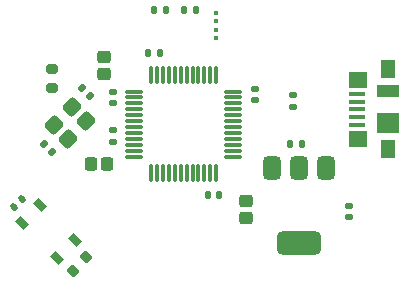
<source format=gbr>
%TF.GenerationSoftware,KiCad,Pcbnew,9.0.7-9.0.7~ubuntu24.04.1*%
%TF.CreationDate,2026-02-28T14:15:44+03:00*%
%TF.ProjectId,Kiicad_project,4b696963-6164-45f7-9072-6f6a6563742e,rev?*%
%TF.SameCoordinates,Original*%
%TF.FileFunction,Paste,Top*%
%TF.FilePolarity,Positive*%
%FSLAX46Y46*%
G04 Gerber Fmt 4.6, Leading zero omitted, Abs format (unit mm)*
G04 Created by KiCad (PCBNEW 9.0.7-9.0.7~ubuntu24.04.1) date 2026-02-28 14:15:44*
%MOMM*%
%LPD*%
G01*
G04 APERTURE LIST*
G04 Aperture macros list*
%AMRoundRect*
0 Rectangle with rounded corners*
0 $1 Rounding radius*
0 $2 $3 $4 $5 $6 $7 $8 $9 X,Y pos of 4 corners*
0 Add a 4 corners polygon primitive as box body*
4,1,4,$2,$3,$4,$5,$6,$7,$8,$9,$2,$3,0*
0 Add four circle primitives for the rounded corners*
1,1,$1+$1,$2,$3*
1,1,$1+$1,$4,$5*
1,1,$1+$1,$6,$7*
1,1,$1+$1,$8,$9*
0 Add four rect primitives between the rounded corners*
20,1,$1+$1,$2,$3,$4,$5,0*
20,1,$1+$1,$4,$5,$6,$7,0*
20,1,$1+$1,$6,$7,$8,$9,0*
20,1,$1+$1,$8,$9,$2,$3,0*%
%AMRotRect*
0 Rectangle, with rotation*
0 The origin of the aperture is its center*
0 $1 length*
0 $2 width*
0 $3 Rotation angle, in degrees counterclockwise*
0 Add horizontal line*
21,1,$1,$2,0,0,$3*%
G04 Aperture macros list end*
%ADD10RoundRect,0.079500X-0.100500X0.079500X-0.100500X-0.079500X0.100500X-0.079500X0.100500X0.079500X0*%
%ADD11RoundRect,0.140000X-0.021213X0.219203X-0.219203X0.021213X0.021213X-0.219203X0.219203X-0.021213X0*%
%ADD12RoundRect,0.147500X0.226274X0.017678X0.017678X0.226274X-0.226274X-0.017678X-0.017678X-0.226274X0*%
%ADD13RotRect,1.050000X0.650000X135.000000*%
%ADD14RoundRect,0.140000X-0.170000X0.140000X-0.170000X-0.140000X0.170000X-0.140000X0.170000X0.140000X0*%
%ADD15RoundRect,0.250000X0.315000X-0.295000X0.315000X0.295000X-0.315000X0.295000X-0.315000X-0.295000X0*%
%ADD16RoundRect,0.140000X0.140000X0.170000X-0.140000X0.170000X-0.140000X-0.170000X0.140000X-0.170000X0*%
%ADD17RoundRect,0.135000X0.135000X0.185000X-0.135000X0.185000X-0.135000X-0.185000X0.135000X-0.185000X0*%
%ADD18RoundRect,0.200000X0.053033X-0.335876X0.335876X-0.053033X-0.053033X0.335876X-0.335876X0.053033X0*%
%ADD19RoundRect,0.200000X-0.275000X0.200000X-0.275000X-0.200000X0.275000X-0.200000X0.275000X0.200000X0*%
%ADD20RoundRect,0.250000X0.295000X0.315000X-0.295000X0.315000X-0.295000X-0.315000X0.295000X-0.315000X0*%
%ADD21RoundRect,0.140000X0.170000X-0.140000X0.170000X0.140000X-0.170000X0.140000X-0.170000X-0.140000X0*%
%ADD22RoundRect,0.075000X-0.662500X-0.075000X0.662500X-0.075000X0.662500X0.075000X-0.662500X0.075000X0*%
%ADD23RoundRect,0.075000X-0.075000X-0.662500X0.075000X-0.662500X0.075000X0.662500X-0.075000X0.662500X0*%
%ADD24RoundRect,0.250000X-0.070711X-0.565685X0.565685X0.070711X0.070711X0.565685X-0.565685X-0.070711X0*%
%ADD25RoundRect,0.375000X-0.375000X0.625000X-0.375000X-0.625000X0.375000X-0.625000X0.375000X0.625000X0*%
%ADD26RoundRect,0.500000X-1.400000X0.500000X-1.400000X-0.500000X1.400000X-0.500000X1.400000X0.500000X0*%
%ADD27RoundRect,0.135000X-0.135000X-0.185000X0.135000X-0.185000X0.135000X0.185000X-0.135000X0.185000X0*%
%ADD28R,1.380000X0.450000*%
%ADD29R,1.300000X1.650000*%
%ADD30R,1.550000X1.425000*%
%ADD31R,1.900000X1.800000*%
%ADD32R,1.900000X1.000000*%
%ADD33RoundRect,0.140000X-0.140000X-0.170000X0.140000X-0.170000X0.140000X0.170000X-0.140000X0.170000X0*%
%ADD34RoundRect,0.135000X-0.185000X0.135000X-0.185000X-0.135000X0.185000X-0.135000X0.185000X0.135000X0*%
G04 APERTURE END LIST*
D10*
%TO.C,R2*%
X70375000Y-67185000D03*
X70375000Y-67875000D03*
%TD*%
D11*
%TO.C,C12*%
X53939411Y-81460589D03*
X53260589Y-82139411D03*
%TD*%
D12*
%TO.C,C7*%
X59717947Y-72717947D03*
X59032053Y-72032053D03*
%TD*%
D13*
%TO.C,SW1*%
X56904721Y-86459493D03*
X53970228Y-83525000D03*
X58425000Y-84939214D03*
X55490507Y-82004721D03*
%TD*%
D14*
%TO.C,C4*%
X61625000Y-72375000D03*
X61625000Y-73335000D03*
%TD*%
D15*
%TO.C,C1*%
X60875000Y-70875000D03*
X60875000Y-69445000D03*
%TD*%
D16*
%TO.C,C2*%
X70605000Y-81125000D03*
X69645000Y-81125000D03*
%TD*%
D17*
%TO.C,R5*%
X68659999Y-65500000D03*
X67640001Y-65500000D03*
%TD*%
D18*
%TO.C,R3*%
X58216637Y-87558363D03*
X59383363Y-86391637D03*
%TD*%
D19*
%TO.C,R4*%
X56450000Y-70425000D03*
X56450000Y-72075000D03*
%TD*%
D20*
%TO.C,C6*%
X61175000Y-78550000D03*
X59745000Y-78550000D03*
%TD*%
D21*
%TO.C,C11*%
X81625000Y-83000000D03*
X81625000Y-82040000D03*
%TD*%
%TO.C,C9*%
X61625000Y-76605000D03*
X61625000Y-75645000D03*
%TD*%
D22*
%TO.C,U1*%
X63462500Y-72375000D03*
X63462500Y-72875000D03*
X63462500Y-73375000D03*
X63462500Y-73875000D03*
X63462500Y-74375000D03*
X63462500Y-74875000D03*
X63462500Y-75375000D03*
X63462500Y-75875000D03*
X63462500Y-76375000D03*
X63462500Y-76875000D03*
X63462500Y-77375000D03*
X63462500Y-77875000D03*
D23*
X64875000Y-79287500D03*
X65375000Y-79287500D03*
X65875000Y-79287500D03*
X66375000Y-79287500D03*
X66875000Y-79287500D03*
X67375000Y-79287500D03*
X67875000Y-79287500D03*
X68375000Y-79287500D03*
X68875000Y-79287500D03*
X69375000Y-79287500D03*
X69875000Y-79287500D03*
X70375000Y-79287500D03*
D22*
X71787500Y-77875000D03*
X71787500Y-77375000D03*
X71787500Y-76875000D03*
X71787500Y-76375000D03*
X71787500Y-75875000D03*
X71787500Y-75375000D03*
X71787500Y-74875000D03*
X71787500Y-74375000D03*
X71787500Y-73875000D03*
X71787500Y-73375000D03*
X71787500Y-72875000D03*
X71787500Y-72375000D03*
D23*
X70375000Y-70962500D03*
X69875000Y-70962500D03*
X69375000Y-70962500D03*
X68875000Y-70962500D03*
X68375000Y-70962500D03*
X67875000Y-70962500D03*
X67375000Y-70962500D03*
X66875000Y-70962500D03*
X66375000Y-70962500D03*
X65875000Y-70962500D03*
X65375000Y-70962500D03*
X64875000Y-70962500D03*
%TD*%
D14*
%TO.C,C3*%
X73625000Y-72145000D03*
X73625000Y-73105000D03*
%TD*%
D12*
%TO.C,C13*%
X56467947Y-77467947D03*
X55782053Y-76782053D03*
%TD*%
D24*
%TO.C,Y1*%
X57819365Y-76430635D03*
X59375000Y-74875000D03*
X58172919Y-73672919D03*
X56617284Y-75228554D03*
%TD*%
D25*
%TO.C,U2*%
X79675000Y-78854999D03*
X77375000Y-78855000D03*
D26*
X77375000Y-85154998D03*
D25*
X75075000Y-78854999D03*
%TD*%
D15*
%TO.C,C10*%
X72900000Y-83065000D03*
X72900000Y-81635000D03*
%TD*%
D27*
%TO.C,R6*%
X65115001Y-65475000D03*
X66134999Y-65475000D03*
%TD*%
D28*
%TO.C,J1*%
X82290000Y-75175000D03*
X82290001Y-74525000D03*
X82290000Y-73875000D03*
X82290001Y-73225000D03*
X82290000Y-72575000D03*
D29*
X84950001Y-77250000D03*
D30*
X82375000Y-76362500D03*
D31*
X84950000Y-75025000D03*
D32*
X84950001Y-72325000D03*
D30*
X82375000Y-71387500D03*
D29*
X84950001Y-70500000D03*
%TD*%
D33*
%TO.C,C5*%
X64645000Y-69125000D03*
X65605000Y-69125000D03*
%TD*%
D10*
%TO.C,D1*%
X70375000Y-65685000D03*
X70375000Y-66375000D03*
%TD*%
D34*
%TO.C,R1*%
X76875000Y-72690001D03*
X76875000Y-73709999D03*
%TD*%
D33*
%TO.C,C8*%
X76665000Y-76855000D03*
X77625000Y-76855000D03*
%TD*%
M02*

</source>
